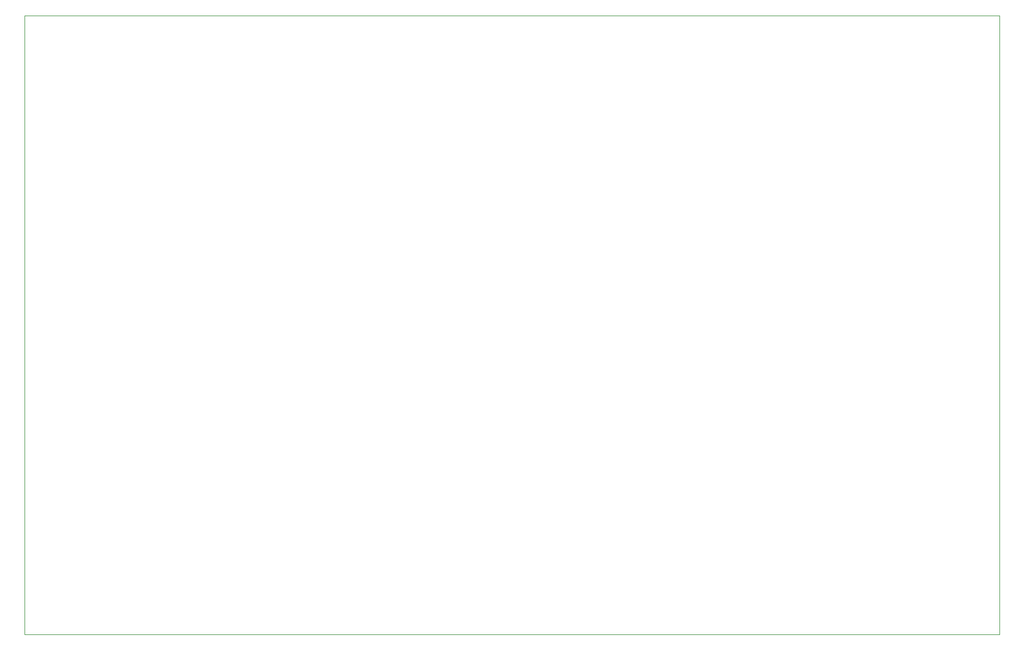
<source format=gbr>
%TF.GenerationSoftware,KiCad,Pcbnew,(7.0.0)*%
%TF.CreationDate,2023-07-13T10:06:37-04:00*%
%TF.ProjectId,bracket-led-panel,62726163-6b65-4742-9d6c-65642d70616e,rev?*%
%TF.SameCoordinates,Original*%
%TF.FileFunction,Profile,NP*%
%FSLAX46Y46*%
G04 Gerber Fmt 4.6, Leading zero omitted, Abs format (unit mm)*
G04 Created by KiCad (PCBNEW (7.0.0)) date 2023-07-13 10:06:37*
%MOMM*%
%LPD*%
G01*
G04 APERTURE LIST*
%TA.AperFunction,Profile*%
%ADD10C,0.100000*%
%TD*%
G04 APERTURE END LIST*
D10*
X179000000Y-114000000D02*
X179000000Y-20000000D01*
X31000000Y-20000000D02*
X31000000Y-114000000D01*
X179000000Y-20000000D02*
X31000000Y-20000000D01*
X31000000Y-114000000D02*
X179000000Y-114000000D01*
X31000000Y-114000000D02*
X31000000Y-114000000D01*
M02*

</source>
